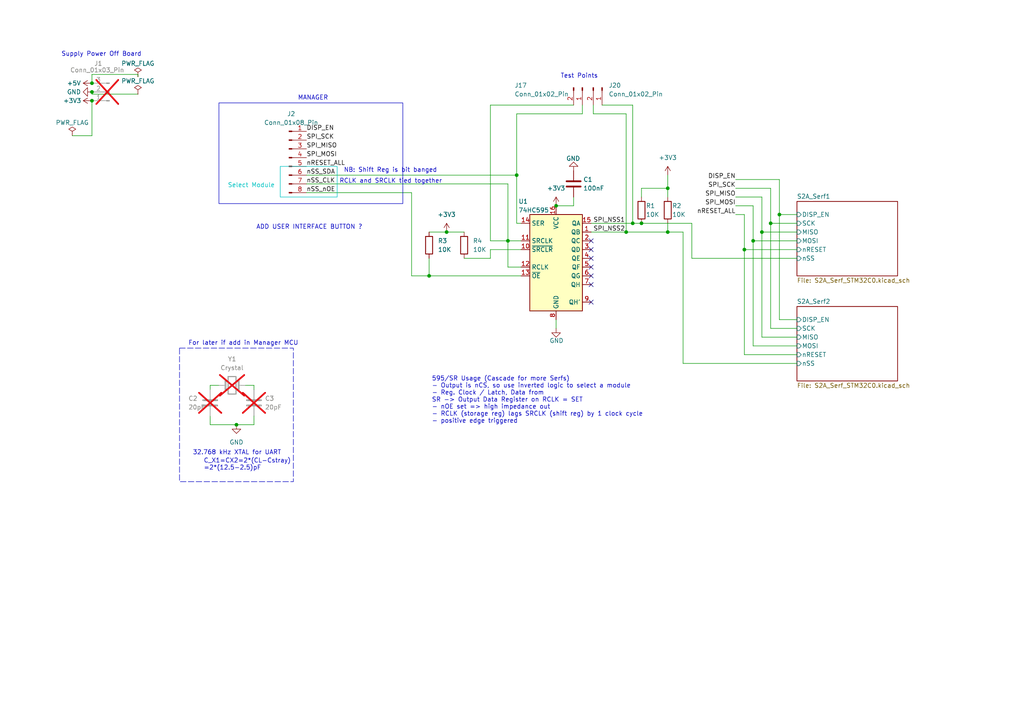
<source format=kicad_sch>
(kicad_sch (version 20230121) (generator eeschema)
  (paper "A4")
  (lib_symbols
    (symbol "74xx:74HC595"
      (property "Reference" "U" (at -7.62 13.97 0))
      (property "Value" "74HC595" (at -7.62 -16.51 0))
      (symbol "74HC595_1_0"
        (pin tri_state line (at 10.16 7.62 180) (length 2.54) (name "QB") (number "1"))
        (pin input line (at -10.16 2.54 0) (length 2.54) (name "~{SRCLR}") (number "10"))
        (pin input line (at -10.16 5.08 0) (length 2.54) (name "SRCLK") (number "11"))
        (pin input line (at -10.16 -2.54 0) (length 2.54) (name "RCLK") (number "12"))
        (pin input line (at -10.16 -5.08 0) (length 2.54) (name "~{OE}") (number "13"))
        (pin input line (at -10.16 10.16 0) (length 2.54) (name "SER") (number "14"))
        (pin tri_state line (at 10.16 10.16 180) (length 2.54) (name "QA") (number "15"))
        (pin power_in line (at 0 15.24 270) (length 2.54) (name "VCC") (number "16"))
        (pin tri_state line (at 10.16 5.08 180) (length 2.54) (name "QC") (number "2"))
        (pin tri_state line (at 10.16 2.54 180) (length 2.54) (name "QD") (number "3"))
        (pin tri_state line (at 10.16 0 180) (length 2.54) (name "QE") (number "4"))
        (pin tri_state line (at 10.16 -2.54 180) (length 2.54) (name "QF") (number "5"))
        (pin tri_state line (at 10.16 -5.08 180) (length 2.54) (name "QG") (number "6"))
        (pin tri_state line (at 10.16 -7.62 180) (length 2.54) (name "QH") (number "7"))
        (pin power_in line (at 0 -17.78 90) (length 2.54) (name "GND") (number "8"))
        (pin output line (at 10.16 -12.7 180) (length 2.54) (name "QH'") (number "9"))
      )
      (symbol "74HC595_1_1"
        (rectangle (start -7.62 12.7) (end 7.62 -15.24) (stroke (width 0.254)) (fill (type background)))
      )
    )
    (symbol "Connector:Conn_01x02_Pin" (pin_names (offset 1.016) hide)
      (property "Reference" "J" (at 0 2.54 0))
      (property "Value" "Conn_01x02_Pin" (at 0 -5.08 0))
      (symbol "Conn_01x02_Pin_1_1"
        (polyline (pts (xy 1.27 -2.54) (xy 0.8636 -2.54)) (stroke (width 0.1524)))
        (polyline (pts (xy 1.27 0) (xy 0.8636 0)) (stroke (width 0.1524)))
        (rectangle (start 0.8636 -2.413) (end 0 -2.667) (stroke (width 0.1524)) (fill (type outline)))
        (rectangle (start 0.8636 0.127) (end 0 -0.127) (stroke (width 0.1524)) (fill (type outline)))
        (pin passive line (at 5.08 0 180) (length 3.81) (name "Pin_1") (number "1"))
        (pin passive line (at 5.08 -2.54 180) (length 3.81) (name "Pin_2") (number "2"))
      )
    )
    (symbol "Connector:Conn_01x03_Pin" (pin_names (offset 1.016) hide)
      (property "Reference" "J" (at 0 5.08 0))
      (property "Value" "Conn_01x03_Pin" (at 0 -5.08 0))
      (symbol "Conn_01x03_Pin_1_1"
        (polyline (pts (xy 1.27 -2.54) (xy 0.8636 -2.54)) (stroke (width 0.1524)))
        (polyline (pts (xy 1.27 0) (xy 0.8636 0)) (stroke (width 0.1524)))
        (polyline (pts (xy 1.27 2.54) (xy 0.8636 2.54)) (stroke (width 0.1524)))
        (rectangle (start 0.8636 -2.413) (end 0 -2.667) (stroke (width 0.1524)) (fill (type outline)))
        (rectangle (start 0.8636 0.127) (end 0 -0.127) (stroke (width 0.1524)) (fill (type outline)))
        (rectangle (start 0.8636 2.667) (end 0 2.413) (stroke (width 0.1524)) (fill (type outline)))
        (pin passive line (at 5.08 2.54 180) (length 3.81) (name "Pin_1") (number "1"))
        (pin passive line (at 5.08 0 180) (length 3.81) (name "Pin_2") (number "2"))
        (pin passive line (at 5.08 -2.54 180) (length 3.81) (name "Pin_3") (number "3"))
      )
    )
    (symbol "Connector:Conn_01x08_Pin" (pin_names (offset 1.016) hide)
      (property "Reference" "J" (at 0 10.16 0))
      (property "Value" "Conn_01x08_Pin" (at 0 -12.7 0))
      (symbol "Conn_01x08_Pin_1_1"
        (polyline (pts (xy 1.27 -10.16) (xy 0.8636 -10.16)) (stroke (width 0.1524)))
        (polyline (pts (xy 1.27 -7.62) (xy 0.8636 -7.62)) (stroke (width 0.1524)))
        (polyline (pts (xy 1.27 -5.08) (xy 0.8636 -5.08)) (stroke (width 0.1524)))
        (polyline (pts (xy 1.27 -2.54) (xy 0.8636 -2.54)) (stroke (width 0.1524)))
        (polyline (pts (xy 1.27 0) (xy 0.8636 0)) (stroke (width 0.1524)))
        (polyline (pts (xy 1.27 2.54) (xy 0.8636 2.54)) (stroke (width 0.1524)))
        (polyline (pts (xy 1.27 5.08) (xy 0.8636 5.08)) (stroke (width 0.1524)))
        (polyline (pts (xy 1.27 7.62) (xy 0.8636 7.62)) (stroke (width 0.1524)))
        (rectangle (start 0.8636 -10.033) (end 0 -10.287) (stroke (width 0.1524)) (fill (type outline)))
        (rectangle (start 0.8636 -7.493) (end 0 -7.747) (stroke (width 0.1524)) (fill (type outline)))
        (rectangle (start 0.8636 -4.953) (end 0 -5.207) (stroke (width 0.1524)) (fill (type outline)))
        (rectangle (start 0.8636 -2.413) (end 0 -2.667) (stroke (width 0.1524)) (fill (type outline)))
        (rectangle (start 0.8636 0.127) (end 0 -0.127) (stroke (width 0.1524)) (fill (type outline)))
        (rectangle (start 0.8636 2.667) (end 0 2.413) (stroke (width 0.1524)) (fill (type outline)))
        (rectangle (start 0.8636 5.207) (end 0 4.953) (stroke (width 0.1524)) (fill (type outline)))
        (rectangle (start 0.8636 7.747) (end 0 7.493) (stroke (width 0.1524)) (fill (type outline)))
        (pin passive line (at 5.08 7.62 180) (length 3.81) (name "Pin_1") (number "1"))
        (pin passive line (at 5.08 5.08 180) (length 3.81) (name "Pin_2") (number "2"))
        (pin passive line (at 5.08 2.54 180) (length 3.81) (name "Pin_3") (number "3"))
        (pin passive line (at 5.08 0 180) (length 3.81) (name "Pin_4") (number "4"))
        (pin passive line (at 5.08 -2.54 180) (length 3.81) (name "Pin_5") (number "5"))
        (pin passive line (at 5.08 -5.08 180) (length 3.81) (name "Pin_6") (number "6"))
        (pin passive line (at 5.08 -7.62 180) (length 3.81) (name "Pin_7") (number "7"))
        (pin passive line (at 5.08 -10.16 180) (length 3.81) (name "Pin_8") (number "8"))
      )
    )
    (symbol "Device:C" (pin_numbers hide) (pin_names (offset 0.254))
      (property "Reference" "C" (at 0.635 2.54 0))
      (property "Value" "C" (at 0.635 -2.54 0))
      (symbol "C_0_1"
        (polyline (pts (xy -2.032 -0.762) (xy 2.032 -0.762)) (stroke (width 0.508)))
        (polyline (pts (xy -2.032 0.762) (xy 2.032 0.762)) (stroke (width 0.508)))
      )
      (symbol "C_1_1"
        (pin passive line (at 0 3.81 270) (length 2.794) (name "~") (number "1"))
        (pin passive line (at 0 -3.81 90) (length 2.794) (name "~") (number "2"))
      )
    )
    (symbol "Device:Crystal" (pin_numbers hide) (pin_names (offset 1.016) hide)
      (property "Reference" "Y" (at 0 3.81 0))
      (property "Value" "Crystal" (at 0 -3.81 0))
      (symbol "Crystal_0_1"
        (rectangle (start -1.143 2.54) (end 1.143 -2.54) (stroke (width 0.3048)))
        (polyline (pts (xy -2.54 0) (xy -1.905 0)))
        (polyline (pts (xy -1.905 -1.27) (xy -1.905 1.27)) (stroke (width 0.508)))
        (polyline (pts (xy 1.905 -1.27) (xy 1.905 1.27)) (stroke (width 0.508)))
        (polyline (pts (xy 2.54 0) (xy 1.905 0)))
      )
      (symbol "Crystal_1_1"
        (pin passive line (at -3.81 0 0) (length 1.27) (name "1") (number "1"))
        (pin passive line (at 3.81 0 180) (length 1.27) (name "2") (number "2"))
      )
    )
    (symbol "Device:R" (pin_numbers hide) (pin_names (offset 0))
      (property "Reference" "R" (at 2.032 0 90))
      (property "Value" "R" (at 0 0 90))
      (symbol "R_0_1"
        (rectangle (start -1.016 -2.54) (end 1.016 2.54) (stroke (width 0.254)))
      )
      (symbol "R_1_1"
        (pin passive line (at 0 3.81 270) (length 1.27) (name "~") (number "1"))
        (pin passive line (at 0 -3.81 90) (length 1.27) (name "~") (number "2"))
      )
    )
    (symbol "power:+3V3" (power) (pin_names (offset 0))
      (property "Value" "+3V3" (at 0 3.556 0))
      (symbol "+3V3_0_1"
        (polyline (pts (xy -0.762 1.27) (xy 0 2.54)))
        (polyline (pts (xy 0 0) (xy 0 2.54)))
        (polyline (pts (xy 0 2.54) (xy 0.762 1.27)))
      )
      (symbol "+3V3_1_1"
        (pin power_in line (at 0 0 90) (length 0) hide (name "+3V3") (number "1"))
      )
    )
    (symbol "power:+5V" (power) (pin_names (offset 0))
      (property "Value" "+5V" (at 0 3.556 0))
      (symbol "+5V_0_1"
        (polyline (pts (xy -0.762 1.27) (xy 0 2.54)))
        (polyline (pts (xy 0 0) (xy 0 2.54)))
        (polyline (pts (xy 0 2.54) (xy 0.762 1.27)))
      )
      (symbol "+5V_1_1"
        (pin power_in line (at 0 0 90) (length 0) hide (name "+5V") (number "1"))
      )
    )
    (symbol "power:GND" (power) (pin_names (offset 0))
      (property "Value" "GND" (at 0 -3.81 0))
      (symbol "GND_0_1"
        (polyline (pts (xy 0 0) (xy 0 -1.27) (xy 1.27 -1.27) (xy 0 -2.54) (xy -1.27 -1.27) (xy 0 -1.27)))
      )
      (symbol "GND_1_1"
        (pin power_in line (at 0 0 270) (length 0) hide (name "GND") (number "1"))
      )
    )
    (symbol "power:PWR_FLAG" (power) (pin_numbers hide) (pin_names (offset 0) hide)
      (property "Value" "PWR_FLAG" (at 0 3.81 0))
      (symbol "PWR_FLAG_0_0"
        (pin power_out line (at 0 0 90) (length 0) (name "pwr") (number "1"))
      )
      (symbol "PWR_FLAG_0_1"
        (polyline (pts (xy 0 0) (xy 0 1.27) (xy -1.016 1.905) (xy 0 2.54) (xy 1.016 1.905) (xy 0 1.27)))
      )
    )
  )
  (junction (at 124.46 80.01))
  (junction (at 220.98 67.31))
  (junction (at 193.675 54.61))
  (junction (at 223.52 64.77))
  (junction (at 193.675 67.31))
  (junction (at 147.32 69.85))
  (junction (at 218.44 69.85))
  (junction (at 68.58 123.19))
  (junction (at 26.67 26.67))
  (junction (at 129.54 67.31))
  (junction (at 183.515 64.77))
  (junction (at 186.055 64.77))
  (junction (at 215.9 72.39))
  (junction (at 226.06 62.23))
  (junction (at 26.67 24.13))
  (junction (at 161.29 59.69))
  (junction (at 181.61 67.31))
  (junction (at 26.67 29.21))
  (junction (at 149.86 50.8))
  (no_connect (at 171.45 77.47))
  (no_connect (at 171.45 72.39))
  (no_connect (at 171.45 80.01))
  (no_connect (at 171.45 82.55))
  (no_connect (at 171.45 87.63))
  (no_connect (at 171.45 74.93))
  (no_connect (at 171.45 69.85))
  (wire (pts (xy 193.675 64.77) (xy 193.675 67.31)))
  (wire (pts (xy 198.12 105.41) (xy 198.12 67.31)))
  (wire (pts (xy 181.61 67.31) (xy 193.675 67.31)))
  (wire (pts (xy 60.96 123.19) (xy 68.58 123.19)))
  (wire (pts (xy 213.36 62.23) (xy 215.9 62.23)))
  (wire (pts (xy 226.06 52.07) (xy 213.36 52.07)))
  (wire (pts (xy 226.06 52.07) (xy 226.06 62.23)))
  (wire (pts (xy 151.13 72.39) (xy 142.24 72.39)))
  (wire (pts (xy 171.45 64.77) (xy 183.515 64.77)))
  (wire (pts (xy 73.66 123.19) (xy 68.58 123.19)))
  (wire (pts (xy 218.44 100.33) (xy 231.14 100.33)))
  (wire (pts (xy 149.86 33.02) (xy 168.91 33.02)))
  (wire (pts (xy 147.32 77.47) (xy 151.13 77.47)))
  (wire (pts (xy 147.32 69.85) (xy 151.13 69.85)))
  (wire (pts (xy 142.24 30.48) (xy 142.24 69.85)))
  (wire (pts (xy 183.515 64.77) (xy 186.055 64.77)))
  (wire (pts (xy 181.61 33.02) (xy 181.61 67.31)))
  (wire (pts (xy 193.675 50.8) (xy 193.675 54.61)))
  (wire (pts (xy 183.515 30.48) (xy 183.515 64.77)))
  (wire (pts (xy 129.54 67.31) (xy 134.62 67.31)))
  (wire (pts (xy 147.32 69.85) (xy 147.32 53.34)))
  (wire (pts (xy 200.66 74.93) (xy 200.66 64.77)))
  (wire (pts (xy 215.9 62.23) (xy 215.9 72.39)))
  (wire (pts (xy 60.96 111.76) (xy 63.5 111.76)))
  (wire (pts (xy 60.96 120.65) (xy 60.96 123.19)))
  (wire (pts (xy 215.9 72.39) (xy 215.9 102.87)))
  (wire (pts (xy 223.52 64.77) (xy 223.52 95.25)))
  (wire (pts (xy 226.06 92.71) (xy 231.14 92.71)))
  (wire (pts (xy 147.32 69.85) (xy 142.24 69.85)))
  (wire (pts (xy 147.32 69.85) (xy 147.32 77.47)))
  (wire (pts (xy 60.96 111.76) (xy 60.96 113.03)))
  (wire (pts (xy 218.44 69.85) (xy 218.44 100.33)))
  (wire (pts (xy 200.66 74.93) (xy 231.14 74.93)))
  (wire (pts (xy 88.9 50.8) (xy 149.86 50.8)))
  (wire (pts (xy 223.52 54.61) (xy 223.52 64.77)))
  (wire (pts (xy 119.38 80.01) (xy 119.38 55.88)))
  (wire (pts (xy 218.44 69.85) (xy 231.14 69.85)))
  (wire (pts (xy 40.005 21.59) (xy 40.005 22.225)))
  (wire (pts (xy 124.46 80.01) (xy 119.38 80.01)))
  (wire (pts (xy 226.06 62.23) (xy 231.14 62.23)))
  (wire (pts (xy 20.955 39.37) (xy 26.67 39.37)))
  (wire (pts (xy 226.06 62.23) (xy 226.06 92.71)))
  (wire (pts (xy 147.32 53.34) (xy 88.9 53.34)))
  (wire (pts (xy 161.29 95.25) (xy 161.29 92.71)))
  (wire (pts (xy 193.675 54.61) (xy 193.675 57.15)))
  (wire (pts (xy 73.66 120.65) (xy 73.66 123.19)))
  (wire (pts (xy 223.52 64.77) (xy 231.14 64.77)))
  (wire (pts (xy 231.14 97.79) (xy 220.98 97.79)))
  (wire (pts (xy 218.44 59.69) (xy 213.36 59.69)))
  (wire (pts (xy 26.67 21.59) (xy 26.67 24.13)))
  (wire (pts (xy 171.45 67.31) (xy 181.61 67.31)))
  (wire (pts (xy 220.98 57.15) (xy 220.98 67.31)))
  (wire (pts (xy 166.37 30.48) (xy 142.24 30.48)))
  (wire (pts (xy 186.055 57.15) (xy 186.055 54.61)))
  (wire (pts (xy 73.66 111.76) (xy 73.66 113.03)))
  (wire (pts (xy 166.37 57.15) (xy 166.37 59.69)))
  (wire (pts (xy 149.86 64.77) (xy 151.13 64.77)))
  (wire (pts (xy 218.44 59.69) (xy 218.44 69.85)))
  (wire (pts (xy 213.36 57.15) (xy 220.98 57.15)))
  (wire (pts (xy 71.12 111.76) (xy 73.66 111.76)))
  (wire (pts (xy 142.24 72.39) (xy 142.24 74.93)))
  (wire (pts (xy 26.67 39.37) (xy 26.67 29.21)))
  (wire (pts (xy 213.36 54.61) (xy 223.52 54.61)))
  (wire (pts (xy 151.13 80.01) (xy 124.46 80.01)))
  (wire (pts (xy 198.12 105.41) (xy 231.14 105.41)))
  (wire (pts (xy 40.005 27.305) (xy 26.67 27.305)))
  (wire (pts (xy 172.085 33.02) (xy 181.61 33.02)))
  (wire (pts (xy 193.675 67.31) (xy 198.12 67.31)))
  (wire (pts (xy 26.67 21.59) (xy 40.005 21.59)))
  (wire (pts (xy 166.37 59.69) (xy 161.29 59.69)))
  (wire (pts (xy 174.625 30.48) (xy 183.515 30.48)))
  (wire (pts (xy 149.86 50.8) (xy 149.86 33.02)))
  (wire (pts (xy 124.46 74.93) (xy 124.46 80.01)))
  (wire (pts (xy 231.14 67.31) (xy 220.98 67.31)))
  (wire (pts (xy 220.98 67.31) (xy 220.98 97.79)))
  (wire (pts (xy 172.085 33.02) (xy 172.085 30.48)))
  (wire (pts (xy 186.055 54.61) (xy 193.675 54.61)))
  (wire (pts (xy 142.24 74.93) (xy 134.62 74.93)))
  (wire (pts (xy 231.14 72.39) (xy 215.9 72.39)))
  (wire (pts (xy 186.055 64.77) (xy 200.66 64.77)))
  (wire (pts (xy 124.46 67.31) (xy 129.54 67.31)))
  (wire (pts (xy 223.52 95.25) (xy 231.14 95.25)))
  (wire (pts (xy 231.14 102.87) (xy 215.9 102.87)))
  (wire (pts (xy 88.9 55.88) (xy 119.38 55.88)))
  (wire (pts (xy 26.67 27.305) (xy 26.67 26.67)))
  (wire (pts (xy 149.86 64.77) (xy 149.86 50.8)))
  (wire (pts (xy 168.91 30.48) (xy 168.91 33.02)))
  (rectangle (start 81.28 48.26) (end 97.79 57.15) (stroke (width 0) (color 0 194 194 1)))
  (rectangle (start 52.07 100.965) (end 85.09 139.7) (stroke (width 0) (type dash)))
  (rectangle (start 63.5 29.845) (end 116.84 59.055))
  (text "MANAGER" (at 86.36 29.21 0) (effects (font (size 1.27 1.27)) (justify left bottom)))
  (text "Select Module" (at 66.04 54.61 0) (effects (font (size 1.27 1.27)) (justify left bottom)))
  (text "RCLK and SRCLK tied together" (at 98.425 53.34 0) (effects (font (size 1.27 1.27)) (justify left bottom)))
  (text "595/SR Usage (Cascade for more Serfs)\n- Output is nCS, so use inverted logic to select a module\n- Reg. Clock / Latch, Data from \nSR -> Output Data Register on RCLK = SET\n- nOE set => high impedance out\n- RCLK (storage reg) lags SRCLK (shift reg) by 1 clock cycle\n- positive edge triggered\n" (at 125.222 122.936 0) (effects (font (size 1.27 1.27)) (justify left bottom)))
  (text "Test Points" (at 162.56 22.86 0) (effects (font (size 1.27 1.27)) (justify left bottom)))
  (text "32.768 kHz XTAL for UART" (at 55.88 132.08 0) (effects (font (size 1.27 1.27)) (justify left bottom)))
  (text "ADD USER INTERFACE BUTTON ?" (at 74.295 66.675 0) (effects (font (size 1.27 1.27)) (justify left bottom)))
  (text "Supply Power Off Board" (at 17.78 16.51 0) (effects (font (size 1.27 1.27)) (justify left bottom)))
  (text "NB: Shift Reg is bit banged" (at 99.695 50.165 0) (effects (font (size 1.27 1.27)) (justify left bottom)))
  (text "C_X1=CX2=2*(CL-Cstray)\n=2*(12.5-2.5)pF" (at 59.055 136.525 0) (effects (font (size 1.27 1.27)) (justify left bottom)))
  (text "For later if add in Manager MCU" (at 54.61 100.33 0) (effects (font (size 1.27 1.27)) (justify left bottom)))
  (label "DISP_EN" (at 88.9 38.1 0))
  (label "nSS_SDA" (at 88.9 50.8 0))
  (label "nSS_CLK" (at 88.9 53.34 0))
  (label "SPI_MOSI" (at 88.9 45.72 0))
  (label "nRESET_ALL" (at 213.36 62.23 180))
  (label "SPI_MOSI" (at 213.36 59.69 180))
  (label "DISP_EN" (at 213.36 52.07 180))
  (label "nRESET_ALL" (at 88.9 48.26 0))
  (label "SPI_SCK" (at 213.36 54.61 180))
  (label "nSS_nOE" (at 88.9 55.88 0))
  (label "SPI_MISO" (at 88.9 43.18 0))
  (label "SPI_MISO" (at 213.36 57.15 180))
  (label "SPI_SCK" (at 88.9 40.64 0))
  (label "SPI_NSS1" (at 172.085 64.77 0))
  (label "SPI_NSS2" (at 172.085 67.31 0))
  (symbol (lib_id "power:+5V") (at 26.67 24.13 90) (unit 1)
    (property "Reference" "#PWR01" (effects hide))
    (property "Value" "+5V" (at 23.495 24.13 90) (effects (justify left)))
  )
  (symbol (lib_id "Device:C") (at 73.66 116.84 0) (unit 1) (in_bom no) (on_board no) (dnp yes)
    (property "Reference" "C3" (at 76.835 115.57 0) (effects (justify left)))
    (property "Value" "20pF" (at 76.835 118.11 0) (effects (justify left)))
    (property "Footprint" "Capacitor_SMD:C_0603_1608Metric" (effects hide))
    (property "DOUBLE_CHECK" "x" (effects hide))
    (property "JLPCB_MPN" "CL10C200JB8NNNC" (effects hide))
    (property "JLPCB_Mfg" "    Samsung Electro-Mechanics" (effects hide))
    (property "JLPCB_Part_No" "C1648" (effects hide))
    (property "JLPCB_Price" "0.005" (effects hide))
    (property "JLPCB_URL" "https://jlcpcb.com/partdetail/2000-CL10C200JB8NNNC/C1648" (effects hide))
    (property "LCSC Part #" "C1648" (effects hide))
    (property "Basic/Extended" "Basic" (effects hide))
  )
  (symbol (lib_id "Connector:Conn_01x02_Pin") (at 174.625 25.4 270) (unit 1)
    (property "Reference" "J20" (at 176.53 24.765 90) (effects (justify left)))
    (property "Value" "Conn_01x02_Pin" (at 176.53 27.305 90) (effects (justify left)))
    (property "Footprint" "Connector_PinHeader_2.54mm:PinHeader_1x02_P2.54mm_Vertical" (effects hide))
    (property "JLPCB_MPN" " PZ254V-11-02P" (effects hide))
    (property "JLPCB_Mfg" "XFCN" (effects hide))
    (property "JLPCB_Part_No" "C492401" (effects hide))
    (property "JLPCB_URL" "https://jlcpcb.com/partdetail/Xfcn-PZ254V_1102P/C492401" (effects hide))
    (property "Basic/Extended" "Extended" (effects hide))
    (property "LCSC Part #" "C492401" (effects hide))
  )
  (symbol (lib_id "power:GND") (at 68.58 123.19 0) (unit 1)
    (property "Reference" "#PWR09" (effects hide))
    (property "Value" "GND" (at 68.58 128.27 0))
  )
  (symbol (lib_id "power:+3V3") (at 26.67 29.21 90) (unit 1)
    (property "Reference" "#PWR02" (effects hide))
    (property "Value" "+3V3" (at 20.955 29.21 90))
  )
  (symbol (lib_id "Device:C") (at 166.37 53.34 0) (unit 1)
    (property "Reference" "C1" (at 169.164 52.07 0) (effects (justify left)))
    (property "Value" "100nF" (at 169.164 54.61 0) (effects (justify left)))
    (property "Footprint" "Capacitor_SMD:C_0603_1608Metric" (effects hide))
    (property "Basic/Extended" "Basic" (effects hide))
    (property "JLPCB_MPN" "CC0603KRX7R9BB104" (effects hide))
    (property "JLPCB_Mfg" "YAGEO" (effects hide))
    (property "JLPCB_Part_No" "C14663" (effects hide))
    (property "JLPCB_Price" "0.0021" (effects hide))
    (property "LCSC Part #" "C14663" (effects hide))
    (property "JLPCB_URL" "https://jlcpcb.com/partdetail/Yageo-CC0603KRX7R9BB104/C14663" (effects hide))
    (property "DOUBLE_CHECK" "x" (effects hide))
  )
  (symbol (lib_id "Device:R") (at 186.055 60.96 0) (unit 1)
    (property "Reference" "R1" (at 187.325 59.69 0) (effects (justify left)))
    (property "Value" "10K" (at 187.325 62.23 0) (effects (justify left)))
    (property "Footprint" "Resistor_SMD:R_0603_1608Metric" (effects hide))
    (property "JLPCB_MPN" "0603WAF1002T5E" (effects hide))
    (property "JLPCB_Mfg" "    UNI-ROYAL(Uniroyal Elec)" (effects hide))
    (property "JLPCB_Part_No" "C25804" (effects hide))
    (property "JLPCB_URL" "https://jlcpcb.com/partdetail/26547-0603WAF1002T5E/C25804" (effects hide))
    (property "Basic/Extended" "Basic" (effects hide))
    (property "LCSC Part #" "C25804" (effects hide))
  )
  (symbol (lib_id "power:PWR_FLAG") (at 40.005 27.305 0) (unit 1)
    (property "Reference" "#FLG02" (effects hide))
    (property "Value" "PWR_FLAG" (at 40.005 23.495 0))
  )
  (symbol (lib_id "power:+3V3") (at 193.675 50.8 0) (unit 1)
    (property "Reference" "#PWR05" (effects hide))
    (property "Value" "+3V3" (at 193.675 45.72 0))
  )
  (symbol (lib_id "power:PWR_FLAG") (at 40.005 22.225 0) (unit 1)
    (property "Reference" "#FLG01" (effects hide))
    (property "Value" "PWR_FLAG" (at 40.005 18.415 0))
  )
  (symbol (lib_id "Device:R") (at 134.62 71.12 0) (unit 1)
    (property "Reference" "R4" (at 137.16 69.85 0) (effects (justify left)))
    (property "Value" "10K" (at 137.16 72.39 0) (effects (justify left)))
    (property "Footprint" "Resistor_SMD:R_0603_1608Metric" (effects hide))
    (property "JLPCB_MPN" "0603WAF1002T5E" (effects hide))
    (property "JLPCB_Mfg" "    UNI-ROYAL(Uniroyal Elec)" (effects hide))
    (property "JLPCB_Part_No" "C25804" (effects hide))
    (property "JLPCB_URL" "https://jlcpcb.com/partdetail/26547-0603WAF1002T5E/C25804" (effects hide))
    (property "Basic/Extended" "Basic" (effects hide))
    (property "LCSC Part #" "C25804" (effects hide))
  )
  (symbol (lib_id "power:PWR_FLAG") (at 20.955 39.37 0) (unit 1)
    (property "Reference" "#FLG03" (effects hide))
    (property "Value" "PWR_FLAG" (at 20.955 35.56 0))
  )
  (symbol (lib_id "Device:Crystal") (at 67.31 111.76 0) (unit 1) (in_bom no) (on_board no) (dnp yes)
    (property "Reference" "Y1" (at 67.31 104.14 0))
    (property "Value" "Crystal" (at 67.31 106.68 0))
    (property "JLCUrl" "https://www.lcsc.com/product-detail/Crystals_Seiko-Epson-Q13FC13500004_C32346.html" (effects hide))
    (property "JLPCB_URL" "https://www.lcsc.com/product-detail/Crystals_Seiko-Epson-Q13FC13500004_C32346.html" (effects hide))
    (property "DNP" "DNP" (effects hide))
  )
  (symbol (lib_id "74xx:74HC595") (at 161.29 74.93 0) (unit 1)
    (property "Reference" "U1" (at 150.368 58.42 0) (effects (justify left)))
    (property "Value" "74HC595" (at 150.368 60.96 0) (effects (justify left)))
    (property "Footprint" "Package_SO:SOP-16_3.9x9.9mm_P1.27mm" (effects hide))
    (property "Datasheet" "https://wmsc.lcsc.com/wmsc/upload/file/pdf/v2/lcsc/2309131012_HXY-MOSFET-74HC595D_C5451631.pdf" (effects hide))
    (property "JLCPN" "C5451631" (effects hide))
    (property "JLCPrice" ".06" (effects hide))
    (property "JLCUrl" "https://jlcpcb.com/partdetail/HxyMosfet-74HC595D/C5451631?_t=1715898339895" (effects hide))
    (property "JLPCB_MPN" "74HC595D" (effects hide))
    (property "DOUBLE_CHECK" "done, 3.9x9.9" (effects hide))
    (property "DOUBLE_CHECK_SYMB" "done" (effects hide))
    (property "JLPCB_Part_No" "C5451631" (effects hide))
    (property "JLPCB_Price" ".06" (effects hide))
    (property "JLPCB_URL" "https://jlcpcb.com/partdetail/HxyMosfet-74HC595D/C5451631?_t=1715898339895" (effects hide))
    (property "Basic/Extended" "Extended" (effects hide))
    (property "LCSC Part #" "C5451631" (effects hide))
  )
  (symbol (lib_id "Connector:Conn_01x08_Pin") (at 83.82 45.72 0) (unit 1)
    (property "Reference" "J2" (at 84.455 33.02 0))
    (property "Value" "Conn_01x08_Pin" (at 84.455 35.56 0))
    (property "Footprint" "Connector_PinHeader_2.54mm:PinHeader_1x08_P2.54mm_Vertical" (effects hide))
    (property "DNP" "DNP" (effects hide))
  )
  (symbol (lib_id "power:+3V3") (at 129.54 67.31 0) (unit 1)
    (property "Reference" "#PWR07" (effects hide))
    (property "Value" "+3V3" (at 129.54 62.23 0))
  )
  (symbol (lib_id "power:GND") (at 161.29 95.25 0) (unit 1)
    (property "Reference" "#PWR08" (effects hide))
    (property "Value" "GND" (at 161.417 98.806 0))
  )
  (symbol (lib_id "power:+3V3") (at 161.29 59.69 0) (unit 1)
    (property "Reference" "#PWR06" (effects hide))
    (property "Value" "+3V3" (at 161.29 54.61 0))
  )
  (symbol (lib_id "power:GND") (at 26.67 26.67 270) (unit 1)
    (property "Reference" "#PWR03" (effects hide))
    (property "Value" "GND" (at 23.495 26.67 90) (effects (justify right)))
  )
  (symbol (lib_id "Device:R") (at 193.675 60.96 0) (unit 1)
    (property "Reference" "R2" (at 194.945 59.69 0) (effects (justify left)))
    (property "Value" "10K" (at 194.945 62.23 0) (effects (justify left)))
    (property "Footprint" "Resistor_SMD:R_0603_1608Metric" (effects hide))
    (property "JLPCB_MPN" "0603WAF1002T5E" (effects hide))
    (property "JLPCB_Mfg" "    UNI-ROYAL(Uniroyal Elec)" (effects hide))
    (property "JLPCB_Part_No" "C25804" (effects hide))
    (property "JLPCB_URL" "https://jlcpcb.com/partdetail/26547-0603WAF1002T5E/C25804" (effects hide))
    (property "Basic/Extended" "Basic" (effects hide))
    (property "LCSC Part #" "C25804" (effects hide))
  )
  (symbol (lib_id "Connector:Conn_01x02_Pin") (at 168.91 25.4 270) (unit 1)
    (property "Reference" "J17" (at 149.225 24.765 90) (effects (justify left)))
    (property "Value" "Conn_01x02_Pin" (at 149.225 27.305 90) (effects (justify left)))
    (property "Footprint" "Connector_PinHeader_2.54mm:PinHeader_1x02_P2.54mm_Vertical" (effects hide))
    (property "JLPCB_MPN" " PZ254V-11-02P" (effects hide))
    (property "JLPCB_Mfg" "XFCN" (effects hide))
    (property "JLPCB_Part_No" "C492401" (effects hide))
    (property "JLPCB_URL" "https://jlcpcb.com/partdetail/Xfcn-PZ254V_1102P/C492401" (effects hide))
    (property "Basic/Extended" "Extended" (effects hide))
    (property "LCSC Part #" "C492401" (effects hide))
  )
  (symbol (lib_id "Device:R") (at 124.46 71.12 0) (unit 1)
    (property "Reference" "R3" (at 127 69.85 0) (effects (justify left)))
    (property "Value" "10K" (at 127 72.39 0) (effects (justify left)))
    (property "Footprint" "Resistor_SMD:R_0603_1608Metric" (effects hide))
    (property "JLPCB_MPN" "0603WAF1002T5E" (effects hide))
    (property "JLPCB_Mfg" "    UNI-ROYAL(Uniroyal Elec)" (effects hide))
    (property "JLPCB_Part_No" "C25804" (effects hide))
    (property "JLPCB_URL" "https://jlcpcb.com/partdetail/26547-0603WAF1002T5E/C25804" (effects hide))
    (property "Basic/Extended" "Basic" (effects hide))
    (property "LCSC Part #" "C25804" (effects hide))
  )
  (symbol (lib_id "Device:C") (at 60.96 116.84 0) (unit 1) (in_bom no) (on_board no) (dnp yes)
    (property "Reference" "C2" (at 54.61 115.57 0) (effects (justify left)))
    (property "Value" "20pF" (at 54.61 118.11 0) (effects (justify left)))
    (property "Footprint" "Capacitor_SMD:C_0603_1608Metric" (effects hide))
    (property "DOUBLE_CHECK" "x" (effects hide))
    (property "JLPCB_MPN" "CL10C200JB8NNNC" (effects hide))
    (property "JLPCB_Mfg" "    Samsung Electro-Mechanics" (effects hide))
    (property "JLPCB_Part_No" "C1648" (effects hide))
    (property "JLPCB_Price" "0.005" (effects hide))
    (property "JLPCB_URL" "https://jlcpcb.com/partdetail/2000-CL10C200JB8NNNC/C1648" (effects hide))
    (property "LCSC Part #" "C1648" (effects hide))
    (property "Basic/Extended" "Basic" (effects hide))
  )
  (symbol (lib_id "power:GND") (at 166.37 49.53 180) (unit 1)
    (property "Reference" "#PWR04" (effects hide))
    (property "Value" "GND" (at 166.243 45.974 0))
  )
  (symbol (lib_id "Connector:Conn_01x03_Pin") (at 31.75 26.67 180) (unit 1) (in_bom no) (dnp yes)
    (property "Reference" "J1" (at 27.305 18.415 0) (effects (justify right)))
    (property "Value" "Conn_01x03_Pin" (at 20.32 20.32 0) (effects (justify right)))
    (property "Footprint" "01-User-Footprints:Power-Conn-3P-D0.65-P5-BD7.8x15" (effects hide))
    (property "DNP" "DNP" (effects hide))
    (property "JLPCB_MPN" " XY126V-5.0-3P" (effects hide))
    (property "JLPCB_Mfg" "    Ningbo Xinlaiya Elec." (effects hide))
    (property "JLPCB_Part_No" "C557647" (effects hide))
    (property "JLPCB_URL" "https://jlcpcb.com/partdetail/Ningbo_Xinlaiya_elec-XY126V_5_03P/C557647" (effects hide))
    (property "Basic/Extended" "Extended" (effects hide))
    (property "Description" "order from LCSC" (effects hide))
    (property "LCSC Part #" "C557647" (effects hide))
  )
  (sheet (at 231.14 88.9) (size 29.21 21.59) (stroke (width 0.1524))
    (property "Sheetname" "S2A_Serf2" (at 231.14 88.1884 0) (effects (justify left bottom)))
    (property "Sheetfile" "S2A_Serf_STM32C0.kicad_sch" (at 231.14 111.0746 0) (effects (justify left top)))
    (pin "MOSI" input (at 231.14 100.33 180))
    (pin "MISO" input (at 231.14 97.79 180))
    (pin "SCK" input (at 231.14 95.25 180))
    (pin "DISP_EN" input (at 231.14 92.71 180))
    (pin "nSS" input (at 231.14 105.41 180))
    (pin "nRESET" input (at 231.14 102.87 180))
  )
  (sheet (at 231.14 58.42) (size 29.21 21.59) (stroke (width 0.1524))
    (property "Sheetname" "S2A_Serf1" (at 231.14 57.7084 0) (effects (justify left bottom)))
    (property "Sheetfile" "S2A_Serf_STM32C0.kicad_sch" (at 231.14 80.5946 0) (effects (justify left top)))
    (pin "MOSI" input (at 231.14 69.85 180))
    (pin "MISO" input (at 231.14 67.31 180))
    (pin "SCK" input (at 231.14 64.77 180))
    (pin "DISP_EN" input (at 231.14 62.23 180))
    (pin "nSS" input (at 231.14 74.93 180))
    (pin "nRESET" input (at 231.14 72.39 180))
  )
)
</source>
